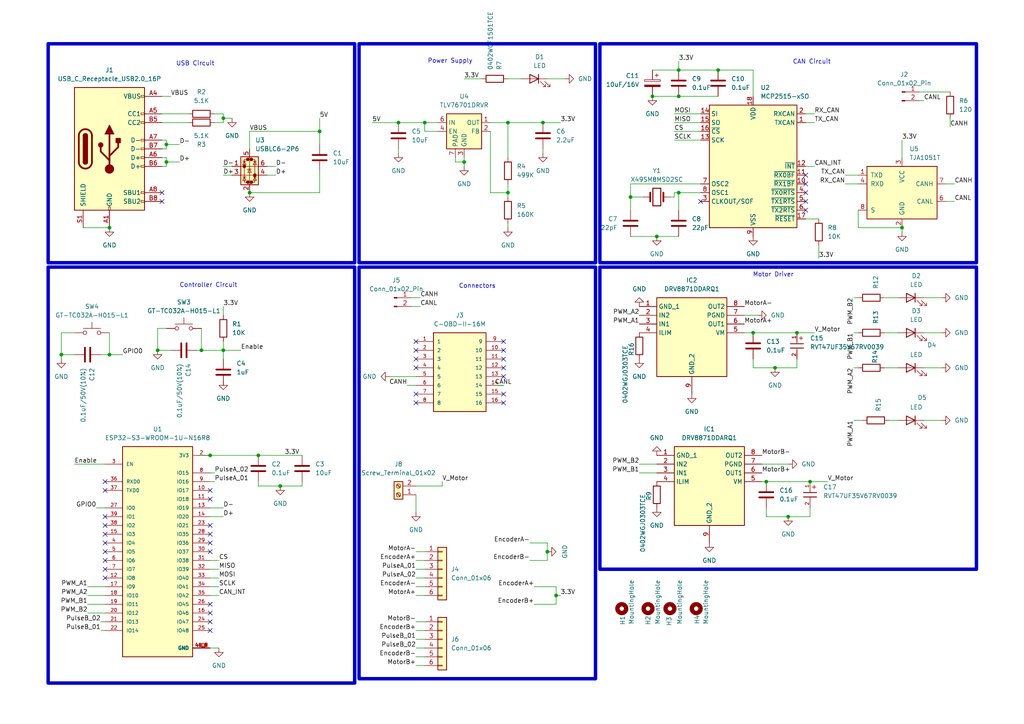
<source format=kicad_sch>
(kicad_sch (version 20250114) (generator "eeschema") (generator_version "9.0")
  (paper "A4")
  (rectangle (start 102.87 76.2) (end 102.87 76.2))
  (rectangle (start 104.14 12.7) (end 172.72 76.2) (stroke (width 1)))
  (rectangle (start 13.97 77.47) (end 102.87 198.12) (stroke (width 1)))
  (rectangle (start 104.14 77.47) (end 172.72 196.85) (stroke (width 1)))
  (rectangle (start 173.99 77.47) (end 283.21 165.1) (stroke (width 1)))
  (rectangle (start 13.97 12.7) (end 102.87 76.2) (stroke (width 1)))
  (rectangle (start 173.99 12.7) (end 283.21 76.2) (stroke (width 1)))
  (text "USB Circuit" (at 56.642 18.542 0) (effects (font (size 1.27 1.27))))
  (text "Power Supply" (at 130.556 17.78 0) (effects (font (size 1.27 1.27))))
  (text "Motor Driver" (at 224.282 79.756 0) (effects (font (size 1.27 1.27))))
  (text "CAN Circuit" (at 235.458 18.034 0) (effects (font (size 1.27 1.27))))
  (text "Controller Circuit" (at 60.452 82.804 0) (effects (font (size 1.27 1.27))))
  (text "Connectors" (at 138.43 83.058 0) (effects (font (size 1.27 1.27))))
  (junction (at 115.57 35.56))
  (junction (at 182.88 57.15))
  (junction (at 196.85 20.32))
  (junction (at 64.77 101.6))
  (junction (at 72.39 55.88))
  (junction (at 60.96 132.08))
  (junction (at 92.71 38.1))
  (junction (at 58.42 101.6))
  (junction (at 261.62 66.04))
  (junction (at 48.26 41.91))
  (junction (at 231.14 96.52))
  (junction (at 218.44 96.52))
  (junction (at 196.85 55.88))
  (junction (at 31.75 102.87))
  (junction (at 224.79 106.68))
  (junction (at 234.95 139.7))
  (junction (at 48.26 46.99))
  (junction (at 158.75 160.02))
  (junction (at 147.32 35.56))
  (junction (at 81.28 140.97))
  (junction (at 64.77 34.29))
  (junction (at 45.72 101.6))
  (junction (at 31.75 66.04))
  (junction (at 228.6 149.86))
  (junction (at 161.29 172.72))
  (junction (at 196.85 27.94))
  (junction (at 17.78 102.87))
  (junction (at 134.62 46.99))
  (junction (at 123.19 35.56))
  (junction (at 222.25 139.7))
  (junction (at 190.5 68.58))
  (junction (at 189.23 27.94))
  (junction (at 147.32 55.88))
  (junction (at 157.48 35.56))
  (junction (at 208.28 20.32))
  (junction (at 74.93 132.08))
  (no_connect (at 30.48 160.02))
  (no_connect (at 233.68 55.88))
  (no_connect (at 30.48 149.86))
  (no_connect (at 30.48 167.64))
  (no_connect (at 30.48 152.4))
  (no_connect (at 146.05 116.84))
  (no_connect (at 60.96 177.8))
  (no_connect (at 120.65 101.6))
  (no_connect (at 60.96 142.24))
  (no_connect (at 146.05 99.06))
  (no_connect (at 60.96 144.78))
  (no_connect (at 30.48 154.94))
  (no_connect (at 120.65 106.68))
  (no_connect (at 203.2 58.42))
  (no_connect (at 120.65 114.3))
  (no_connect (at 60.96 157.48))
  (no_connect (at 233.68 60.96))
  (no_connect (at 30.48 139.7))
  (no_connect (at 146.05 114.3))
  (no_connect (at 146.05 109.22))
  (no_connect (at 46.99 55.88))
  (no_connect (at 60.96 154.94))
  (no_connect (at 30.48 162.56))
  (no_connect (at 233.68 53.34))
  (no_connect (at 30.48 142.24))
  (no_connect (at 60.96 175.26))
  (no_connect (at 120.65 116.84))
  (no_connect (at 60.96 180.34))
  (no_connect (at 120.65 99.06))
  (no_connect (at 60.96 182.88))
  (no_connect (at 60.96 160.02))
  (no_connect (at 233.68 58.42))
  (no_connect (at 30.48 157.48))
  (no_connect (at 146.05 104.14))
  (no_connect (at 30.48 165.1))
  (no_connect (at 233.68 50.8))
  (no_connect (at 120.65 104.14))
  (no_connect (at 146.05 106.68))
  (no_connect (at 60.96 152.4))
  (no_connect (at 46.99 58.42))
  (no_connect (at 146.05 101.6))
  (wire (pts (xy 185.42 134.62) (xy 190.5 134.62)))
  (wire (pts (xy 247.65 106.68) (xy 248.92 106.68)))
  (wire (pts (xy 60.96 137.16) (xy 62.23 137.16)))
  (wire (pts (xy 24.13 66.04) (xy 31.75 66.04)))
  (wire (pts (xy 256.54 86.36) (xy 260.35 86.36)))
  (wire (pts (xy 57.15 132.08) (xy 60.96 132.08)))
  (wire (pts (xy 62.23 35.56) (xy 64.77 35.56)))
  (wire (pts (xy 120.65 140.97) (xy 128.27 140.97)))
  (wire (pts (xy 29.21 180.34) (xy 30.48 180.34)))
  (wire (pts (xy 64.77 88.9) (xy 64.77 91.44)))
  (wire (pts (xy 113.03 109.22) (xy 120.65 109.22)))
  (wire (pts (xy 25.4 170.18) (xy 30.48 170.18)))
  (wire (pts (xy 74.93 140.97) (xy 81.28 140.97)))
  (wire (pts (xy 257.81 121.92) (xy 260.35 121.92)))
  (wire (pts (xy 74.93 139.7) (xy 74.93 140.97)))
  (wire (pts (xy 162.56 172.72) (xy 161.29 172.72)))
  (wire (pts (xy 46.99 27.94) (xy 49.53 27.94)))
  (wire (pts (xy 228.6 134.62) (xy 220.98 134.62)))
  (wire (pts (xy 120.65 160.02) (xy 123.19 160.02)))
  (wire (pts (xy 63.5 162.56) (xy 60.96 162.56)))
  (wire (pts (xy 236.22 96.52) (xy 231.14 96.52)))
  (wire (pts (xy 46.99 43.18) (xy 48.26 43.18)))
  (wire (pts (xy 118.11 111.76) (xy 120.65 111.76)))
  (wire (pts (xy 92.71 49.53) (xy 92.71 55.88)))
  (wire (pts (xy 57.15 101.6) (xy 58.42 101.6)))
  (wire (pts (xy 63.5 170.18) (xy 60.96 170.18)))
  (wire (pts (xy 194.31 57.15) (xy 195.58 57.15)))
  (wire (pts (xy 247.65 86.36) (xy 248.92 86.36)))
  (wire (pts (xy 234.95 149.86) (xy 234.95 147.32)))
  (wire (pts (xy 60.96 149.86) (xy 64.77 149.86)))
  (wire (pts (xy 248.92 60.96) (xy 248.92 66.04)))
  (wire (pts (xy 132.08 45.72) (xy 132.08 46.99)))
  (wire (pts (xy 267.97 121.92) (xy 273.05 121.92)))
  (wire (pts (xy 147.32 22.86) (xy 151.13 22.86)))
  (wire (pts (xy 46.99 35.56) (xy 54.61 35.56)))
  (wire (pts (xy 46.99 33.02) (xy 54.61 33.02)))
  (wire (pts (xy 224.79 106.68) (xy 231.14 106.68)))
  (wire (pts (xy 92.71 55.88) (xy 72.39 55.88)))
  (wire (pts (xy 195.58 38.1) (xy 203.2 38.1)))
  (wire (pts (xy 208.28 20.32) (xy 218.44 20.32)))
  (wire (pts (xy 25.4 177.8) (xy 30.48 177.8)))
  (wire (pts (xy 121.92 88.9) (xy 119.38 88.9)))
  (wire (pts (xy 196.85 55.88) (xy 203.2 55.88)))
  (wire (pts (xy 134.62 45.72) (xy 134.62 46.99)))
  (wire (pts (xy 92.71 34.29) (xy 92.71 38.1)))
  (wire (pts (xy 195.58 57.15) (xy 195.58 55.88)))
  (wire (pts (xy 142.24 55.88) (xy 142.24 38.1)))
  (wire (pts (xy 267.97 29.21) (xy 266.7 29.21)))
  (wire (pts (xy 72.39 38.1) (xy 72.39 43.18)))
  (wire (pts (xy 60.96 132.08) (xy 74.93 132.08)))
  (wire (pts (xy 134.62 22.86) (xy 139.7 22.86)))
  (wire (pts (xy 161.29 170.18) (xy 161.29 172.72)))
  (wire (pts (xy 25.4 172.72) (xy 30.48 172.72)))
  (wire (pts (xy 147.32 66.04) (xy 147.32 64.77)))
  (wire (pts (xy 120.65 167.64) (xy 123.19 167.64)))
  (wire (pts (xy 64.77 34.29) (xy 64.77 35.56)))
  (wire (pts (xy 64.77 33.02) (xy 64.77 34.29)))
  (wire (pts (xy 247.65 121.92) (xy 250.19 121.92)))
  (wire (pts (xy 107.95 35.56) (xy 115.57 35.56)))
  (wire (pts (xy 218.44 106.68) (xy 218.44 104.14)))
  (wire (pts (xy 123.19 38.1) (xy 123.19 35.56)))
  (wire (pts (xy 48.26 40.64) (xy 48.26 41.91)))
  (wire (pts (xy 48.26 46.99) (xy 52.07 46.99)))
  (wire (pts (xy 120.65 185.42) (xy 123.19 185.42)))
  (wire (pts (xy 189.23 20.32) (xy 196.85 20.32)))
  (wire (pts (xy 17.78 96.52) (xy 21.59 96.52)))
  (wire (pts (xy 115.57 35.56) (xy 123.19 35.56)))
  (wire (pts (xy 233.68 35.56) (xy 236.22 35.56)))
  (wire (pts (xy 218.44 20.32) (xy 218.44 27.94)))
  (wire (pts (xy 157.48 35.56) (xy 162.56 35.56)))
  (wire (pts (xy 195.58 33.02) (xy 203.2 33.02)))
  (wire (pts (xy 48.26 45.72) (xy 46.99 45.72)))
  (wire (pts (xy 190.5 68.58) (xy 196.85 68.58)))
  (wire (pts (xy 134.62 46.99) (xy 134.62 48.26)))
  (wire (pts (xy 146.05 111.76) (xy 143.51 111.76)))
  (wire (pts (xy 29.21 182.88) (xy 30.48 182.88)))
  (wire (pts (xy 48.26 40.64) (xy 46.99 40.64)))
  (wire (pts (xy 237.49 71.12) (xy 237.49 74.93)))
  (wire (pts (xy 63.5 165.1) (xy 60.96 165.1)))
  (wire (pts (xy 64.77 101.6) (xy 64.77 104.14)))
  (wire (pts (xy 120.65 187.96) (xy 123.19 187.96)))
  (wire (pts (xy 48.26 48.26) (xy 46.99 48.26)))
  (wire (pts (xy 228.6 149.86) (xy 222.25 149.86)))
  (wire (pts (xy 158.75 22.86) (xy 163.83 22.86)))
  (wire (pts (xy 196.85 17.78) (xy 196.85 20.32)))
  (wire (pts (xy 231.14 106.68) (xy 231.14 104.14)))
  (wire (pts (xy 132.08 46.99) (xy 134.62 46.99)))
  (wire (pts (xy 185.42 137.16) (xy 190.5 137.16)))
  (wire (pts (xy 182.88 57.15) (xy 182.88 60.96)))
  (wire (pts (xy 267.97 86.36) (xy 273.05 86.36)))
  (wire (pts (xy 17.78 102.87) (xy 21.59 102.87)))
  (wire (pts (xy 63.5 167.64) (xy 60.96 167.64)))
  (wire (pts (xy 147.32 35.56) (xy 147.32 45.72)))
  (wire (pts (xy 274.32 58.42) (xy 276.86 58.42)))
  (wire (pts (xy 266.7 26.67) (xy 275.59 26.67)))
  (wire (pts (xy 234.95 139.7) (xy 222.25 139.7)))
  (wire (pts (xy 189.23 27.94) (xy 196.85 27.94)))
  (wire (pts (xy 128.27 139.7) (xy 128.27 140.97)))
  (wire (pts (xy 29.21 102.87) (xy 31.75 102.87)))
  (wire (pts (xy 147.32 55.88) (xy 142.24 55.88)))
  (wire (pts (xy 195.58 40.64) (xy 203.2 40.64)))
  (wire (pts (xy 48.26 41.91) (xy 48.26 43.18)))
  (wire (pts (xy 248.92 66.04) (xy 261.62 66.04)))
  (wire (pts (xy 120.65 170.18) (xy 123.19 170.18)))
  (wire (pts (xy 256.54 106.68) (xy 260.35 106.68)))
  (wire (pts (xy 154.94 170.18) (xy 161.29 170.18)))
  (wire (pts (xy 142.24 35.56) (xy 147.32 35.56)))
  (wire (pts (xy 25.4 175.26) (xy 30.48 175.26)))
  (wire (pts (xy 153.67 157.48) (xy 158.75 157.48)))
  (wire (pts (xy 64.77 101.6) (xy 69.85 101.6)))
  (wire (pts (xy 127 38.1) (xy 123.19 38.1)))
  (wire (pts (xy 120.65 162.56) (xy 123.19 162.56)))
  (wire (pts (xy 215.9 96.52) (xy 218.44 96.52)))
  (wire (pts (xy 52.07 41.91) (xy 48.26 41.91)))
  (wire (pts (xy 161.29 172.72) (xy 161.29 175.26)))
  (wire (pts (xy 147.32 53.34) (xy 147.32 55.88)))
  (wire (pts (xy 81.28 140.97) (xy 87.63 140.97)))
  (wire (pts (xy 123.19 35.56) (xy 127 35.56)))
  (wire (pts (xy 17.78 104.14) (xy 17.78 102.87)))
  (wire (pts (xy 64.77 99.06) (xy 64.77 101.6)))
  (wire (pts (xy 17.78 102.87) (xy 17.78 96.52)))
  (wire (pts (xy 77.47 48.26) (xy 80.01 48.26)))
  (wire (pts (xy 120.65 180.34) (xy 123.19 180.34)))
  (wire (pts (xy 196.85 20.32) (xy 208.28 20.32)))
  (wire (pts (xy 158.75 157.48) (xy 158.75 160.02)))
  (wire (pts (xy 31.75 96.52) (xy 31.75 102.87)))
  (wire (pts (xy 120.65 165.1) (xy 123.19 165.1)))
  (wire (pts (xy 196.85 55.88) (xy 196.85 60.96)))
  (wire (pts (xy 31.75 102.87) (xy 35.56 102.87)))
  (wire (pts (xy 77.47 50.8) (xy 80.01 50.8)))
  (wire (pts (xy 154.94 175.26) (xy 161.29 175.26)))
  (wire (pts (xy 261.62 67.31) (xy 261.62 66.04)))
  (wire (pts (xy 64.77 34.29) (xy 67.31 34.29)))
  (wire (pts (xy 182.88 68.58) (xy 190.5 68.58)))
  (wire (pts (xy 120.65 190.5) (xy 123.19 190.5)))
  (wire (pts (xy 203.2 53.34) (xy 182.88 53.34)))
  (wire (pts (xy 45.72 101.6) (xy 45.72 95.25)))
  (wire (pts (xy 63.5 172.72) (xy 60.96 172.72)))
  (wire (pts (xy 275.59 36.83) (xy 275.59 34.29)))
  (wire (pts (xy 64.77 48.26) (xy 67.31 48.26)))
  (wire (pts (xy 267.97 106.68) (xy 273.05 106.68)))
  (wire (pts (xy 196.85 27.94) (xy 208.28 27.94)))
  (wire (pts (xy 48.26 46.99) (xy 48.26 48.26)))
  (wire (pts (xy 120.65 148.59) (xy 120.65 143.51)))
  (wire (pts (xy 74.93 132.08) (xy 87.63 132.08)))
  (wire (pts (xy 45.72 101.6) (xy 49.53 101.6)))
  (wire (pts (xy 215.9 91.44) (xy 219.71 91.44)))
  (wire (pts (xy 233.68 33.02) (xy 236.22 33.02)))
  (wire (pts (xy 92.71 41.91) (xy 92.71 38.1)))
  (wire (pts (xy 256.54 96.52) (xy 260.35 96.52)))
  (wire (pts (xy 224.79 106.68) (xy 218.44 106.68)))
  (wire (pts (xy 120.65 182.88) (xy 123.19 182.88)))
  (wire (pts (xy 58.42 95.25) (xy 58.42 101.6)))
  (wire (pts (xy 195.58 35.56) (xy 203.2 35.56)))
  (wire (pts (xy 245.11 53.34) (xy 248.92 53.34)))
  (wire (pts (xy 87.63 140.97) (xy 87.63 139.7)))
  (wire (pts (xy 120.65 193.04) (xy 123.19 193.04)))
  (wire (pts (xy 60.96 147.32) (xy 64.77 147.32)))
  (wire (pts (xy 92.71 38.1) (xy 72.39 38.1)))
  (wire (pts (xy 182.88 53.34) (xy 182.88 57.15)))
  (wire (pts (xy 45.72 95.25) (xy 48.26 95.25)))
  (wire (pts (xy 27.94 147.32) (xy 30.48 147.32)))
  (wire (pts (xy 115.57 44.45) (xy 115.57 43.18)))
  (wire (pts (xy 147.32 55.88) (xy 147.32 57.15)))
  (wire (pts (xy 147.32 35.56) (xy 157.48 35.56)))
  (wire (pts (xy 121.92 86.36) (xy 119.38 86.36)))
  (wire (pts (xy 60.96 187.96) (xy 63.5 187.96)))
  (wire (pts (xy 62.23 139.7) (xy 60.96 139.7)))
  (wire (pts (xy 233.68 48.26) (xy 236.22 48.26)))
  (wire (pts (xy 21.59 134.62) (xy 30.48 134.62)))
  (wire (pts (xy 64.77 110.49) (xy 64.77 111.76)))
  (wire (pts (xy 48.26 45.72) (xy 48.26 46.99)))
  (wire (pts (xy 274.32 53.34) (xy 276.86 53.34)))
  (wire (pts (xy 267.97 96.52) (xy 273.05 96.52)))
  (wire (pts (xy 195.58 55.88) (xy 196.85 55.88)))
  (wire (pts (xy 182.88 57.15) (xy 186.69 57.15)))
  (wire (pts (xy 158.75 162.56) (xy 158.75 160.02)))
  (wire (pts (xy 64.77 50.8) (xy 67.31 50.8)))
  (wire (pts (xy 228.6 149.86) (xy 234.95 149.86)))
  (wire (pts (xy 231.14 96.52) (xy 218.44 96.52)))
  (wire (pts (xy 58.42 101.6) (xy 64.77 101.6)))
  (wire (pts (xy 245.11 50.8) (xy 248.92 50.8)))
  (wire (pts (xy 62.23 33.02) (xy 64.77 33.02)))
  (wire (pts (xy 222.25 139.7) (xy 220.98 139.7)))
  (wire (pts (xy 153.67 162.56) (xy 158.75 162.56)))
  (wire (pts (xy 222.25 149.86) (xy 222.25 147.32)))
  (wire (pts (xy 233.68 63.5) (xy 237.49 63.5)))
  (wire (pts (xy 157.48 44.45) (xy 157.48 43.18)))
  (wire (pts (xy 247.65 96.52) (xy 248.92 96.52)))
  (wire (pts (xy 261.62 40.64) (xy 261.62 45.72)))
  (wire (pts (xy 240.03 139.7) (xy 234.95 139.7)))
  (wire (pts (xy 120.65 172.72) (xy 123.19 172.72)))
  (label "D+" (at 80.01 50.8 0))
  (label "PWM_B1" (at 247.65 96.52 270))
  (label "CAN_INT" (at 63.5 172.72 0))
  (label "RX_CAN" (at 245.11 53.34 180))
  (label "5V" (at 107.95 35.56 0))
  (label "PWM_A2" (at 25.4 172.72 180))
  (label "MOSI" (at 63.5 167.64 0))
  (label "EncoderA+" (at 154.94 170.18 180))
  (label "3.3V" (at 134.62 22.86 0))
  (label "3.3V" (at 237.49 74.93 0))
  (label "GPIO0" (at 35.56 102.87 0))
  (label "EncoderB-" (at 120.65 190.5 180))
  (label "3.3V" (at 162.56 172.72 0))
  (label "CANL" (at 143.51 111.76 0))
  (label "MotorB-" (at 120.65 180.34 180))
  (label "MotorA-" (at 120.65 160.02 180))
  (label "SCLK" (at 63.5 170.18 0))
  (label "V_Motor" (at 236.22 96.52 0))
  (label "PWM_A2" (at 247.65 106.68 270))
  (label "MISO" (at 195.58 35.56 0))
  (label "CANL" (at 267.97 29.21 0))
  (label "D-" (at 80.01 48.26 0))
  (label "PWM_B2" (at 185.42 134.62 180))
  (label "CANL" (at 276.86 58.42 0))
  (label "3.3V" (at 196.85 17.78 0))
  (label "VBUS" (at 49.53 27.94 0))
  (label "MotorB+" (at 120.65 193.04 180))
  (label "CANH" (at 275.59 36.83 0))
  (label "3.3V" (at 261.62 40.64 0))
  (label "CS" (at 195.58 38.1 0))
  (label "PulseA_01" (at 62.23 139.7 0))
  (label "EncoderA-" (at 120.65 170.18 180))
  (label "MISO" (at 63.5 165.1 0))
  (label "3.3V" (at 162.56 35.56 0))
  (label "MotorB+" (at 220.98 137.16 0))
  (label "EncoderB+" (at 154.94 175.26 180))
  (label "PulseB_02" (at 120.65 187.96 180))
  (label "PulseA_01" (at 120.65 165.1 180))
  (label "MotorB-" (at 220.98 132.08 0))
  (label "CANH" (at 121.92 86.36 0))
  (label "CAN_INT" (at 236.22 48.26 0))
  (label "TX_CAN" (at 236.22 35.56 0))
  (label "EncoderB+" (at 120.65 182.88 180))
  (label "TX_CAN" (at 245.11 50.8 180))
  (label "MOSI" (at 195.58 33.02 0))
  (label "D-" (at 52.07 41.91 0))
  (label "MotorA+" (at 215.9 93.98 0))
  (label "MotorA+" (at 120.65 172.72 180))
  (label "D+" (at 64.77 50.8 0))
  (label "EncoderB-" (at 153.67 162.56 180))
  (label "PWM_B2" (at 25.4 177.8 180))
  (label "Enable" (at 21.59 134.62 0))
  (label "PulseA_02" (at 62.23 137.16 0))
  (label "PWM_B2" (at 247.65 86.36 270))
  (label "Enable" (at 69.85 101.6 0))
  (label "SCLK" (at 195.58 40.64 0))
  (label "CANH" (at 118.11 111.76 180))
  (label "D-" (at 64.77 48.26 0))
  (label "PulseB_01" (at 120.65 185.42 180))
  (label "D+" (at 52.07 46.99 0))
  (label "PWM_B1" (at 185.42 137.16 180))
  (label "3.3V" (at 82.55 132.08 0))
  (label "CANL" (at 121.92 88.9 0))
  (label "D+" (at 64.77 149.86 0))
  (label "MotorA-" (at 215.9 88.9 0))
  (label "PWM_A1" (at 247.65 121.92 270))
  (label "PWM_A1" (at 25.4 170.18 180))
  (label "CS" (at 63.5 162.56 0))
  (label "EncoderA+" (at 120.65 162.56 180))
  (label "RX_CAN" (at 236.22 33.02 0))
  (label "V_Motor" (at 240.03 139.7 0))
  (label "GPIO0" (at 27.94 147.32 180))
  (label "PulseA_02" (at 120.65 167.64 180))
  (label "CANH" (at 276.86 53.34 0))
  (label "PWM_A2" (at 185.42 91.44 180))
  (label "V_Motor" (at 128.27 139.7 0))
  (label "PulseB_01" (at 29.21 182.88 180))
  (label "PulseB_02" (at 29.21 180.34 180))
  (label "EncoderA-" (at 153.67 157.48 180))
  (label "PWM_B1" (at 25.4 175.26 180))
  (label "VBUS" (at 72.39 38.1 0))
  (label "D-" (at 64.77 147.32 0))
  (label "PWM_A1" (at 185.42 93.98 180))
  (label "5V" (at 92.71 34.29 0))
  (label "3.3V" (at 64.77 88.9 0))
  (symbol (lib_id "Device:R") (at 147.32 60.96 0) (unit 1)
    (property "Reference" "R5" (at 149.86 59.6899 0) (effects (justify left)))
    (property "Value" "160K" (at 149.86 62.2299 0) (effects (justify left)))
    (property "Footprint" "Resistor_SMD:R_0402_1005Metric" (effects (hide yes)))
    (property "Description" "Resistor" (effects (hide yes)))
  )
  (symbol (lib_id "Device:C") (at 74.93 135.89 0) (unit 1)
    (property "Reference" "C2" (at 78.74 134.6199 0) (effects (justify left)))
    (property "Value" "0.1uF" (at 78.74 137.1599 0) (effects (justify left)))
    (property "Footprint" "Capacitor_SMD:C_0805_2012Metric_Pad1.18x1.45mm_HandSolder" (effects (hide yes)))
    (property "Description" "Unpolarized capacitor" (effects (hide yes)))
  )
  (symbol (lib_id "WCAP-ASLI_6.3X7.7:WCAP-ASLI_6.3X7.7") (at 234.95 144.78 90) (unit 1)
    (property "Reference" "C17" (at 238.76 141.273 90) (effects (justify right)))
    (property "Value" "RVT47UF35V67RV0039" (at 238.76 143.813 90) (effects (justify right)))
    (property "Footprint" "Capacitor_SMD:CP_Elec_3x5.4" (effects (hide yes)))
    (property "MF" "Würth Elektronik" (effects (hide yes)))
    (property "Description_1" "47 µF 50 V Aluminum Electrolytic Capacitors Radial, Can - SMD 2000 Hrs @ 105°C" (effects (hide yes)))
    (property "Package" "Non Standard Wurth Electronics" (effects (hide yes)))
    (property "Price" "None" (effects (hide yes)))
    (property "SnapEDA_Link" "https://www.snapeda.com/parts/865080645012/W%25C3%25BCrth+Elektronik+Midcom/view-part/?ref=snap" (effects (hide yes)))
    (property "MP" "865080645012" (effects (hide yes)))
    (property "Availability" "In Stock" (effects (hide yes)))
    (property "Check_prices" "https://www.snapeda.com/parts/865080645012/W%25C3%25BCrth+Elektronik+Midcom/view-part/?ref=eda" (effects (hide yes)))
  )
  (symbol (lib_id "Device:C") (at 92.71 45.72 0) (unit 1)
    (property "Reference" "C1" (at 96.52 44.4499 0) (effects (justify left)))
    (property "Value" "10uF" (at 96.52 46.9899 0) (effects (justify left)))
    (property "Footprint" "Capacitor_SMD:C_0402_1005Metric" (effects (hide yes)))
    (property "Description" "Unpolarized capacitor" (effects (hide yes)))
  )
  (symbol (lib_id "power:GND") (at 157.48 44.45 0) (unit 1)
    (property "Reference" "#PWR07" (effects (hide yes)))
    (property "Value" "GND" (at 157.48 49.53 0))
    (property "Description" "Power symbol creates a global label with name \"GND\" , ground" (effects (hide yes)))
  )
  (symbol (lib_id "power:GND") (at 273.05 96.52 90) (unit 1)
    (property "Reference" "#PWR025" (effects (hide yes)))
    (property "Value" "GND" (at 276.86 96.5199 90) (effects (justify right)))
    (property "Description" "Power symbol creates a global label with name \"GND\" , ground" (effects (hide yes)))
  )
  (symbol (lib_id "Device:C") (at 157.48 39.37 0) (unit 1)
    (property "Reference" "C6" (at 161.29 38.0999 0) (effects (justify left)))
    (property "Value" "2.2uF" (at 161.29 40.6399 0) (effects (justify left)))
    (property "Footprint" "Capacitor_SMD:C_0402_1005Metric" (effects (hide yes)))
    (property "Description" "Unpolarized capacitor" (effects (hide yes)))
  )
  (symbol (lib_id "power:GND") (at 219.71 91.44 90) (unit 1)
    (property "Reference" "#PWR029" (effects (hide yes)))
    (property "Value" "GND" (at 223.52 91.4399 90) (effects (justify right)))
    (property "Description" "Power symbol creates a global label with name \"GND\" , ground" (effects (hide yes)))
  )
  (symbol (lib_id "Device:R") (at 275.59 30.48 0) (unit 1)
    (property "Reference" "R6" (at 278.13 29.2099 0) (effects (justify left)))
    (property "Value" "120" (at 278.13 31.7499 0) (effects (justify left)))
    (property "Footprint" "Resistor_SMD:R_0805_2012Metric_Pad1.20x1.40mm_HandSolder" (effects (hide yes)))
    (property "Description" "Resistor" (effects (hide yes)))
  )
  (symbol (lib_id "power:GND") (at 134.62 48.26 0) (unit 1)
    (property "Reference" "#PWR02" (effects (hide yes)))
    (property "Value" "GND" (at 134.62 53.34 0))
    (property "Description" "Power symbol creates a global label with name \"GND\" , ground" (effects (hide yes)))
  )
  (symbol (lib_id "power:GND") (at 224.79 106.68 0) (unit 1)
    (property "Reference" "#PWR033" (effects (hide yes)))
    (property "Value" "GND" (at 224.79 111.76 0))
    (property "Description" "Power symbol creates a global label with name \"GND\" , ground" (effects (hide yes)))
  )
  (symbol (lib_id "Connector_Generic:Conn_01x06") (at 128.27 165.1 0) (unit 1)
    (property "Reference" "J4" (at 130.81 165.0999 0) (effects (justify left)))
    (property "Value" "Conn_01x06" (at 130.81 167.6399 0) (effects (justify left)))
    (property "Footprint" "Connector_JST:JST_EH_S6B-EH_1x06_P2.50mm_Horizontal" (effects (hide yes)))
    (property "Description" "Generic connector, single row, 01x06, script generated (kicad-library-utils/schlib/autogen/connector/)" (effects (hide yes)))
  )
  (symbol (lib_id "Connector_Generic:Conn_01x06") (at 128.27 185.42 0) (unit 1)
    (property "Reference" "J6" (at 130.81 185.4199 0) (effects (justify left)))
    (property "Value" "Conn_01x06" (at 130.81 187.9599 0) (effects (justify left)))
    (property "Footprint" "Connector_JST:JST_EH_S6B-EH_1x06_P2.50mm_Horizontal" (effects (hide yes)))
    (property "Description" "Generic connector, single row, 01x06, script generated (kicad-library-utils/schlib/autogen/connector/)" (effects (hide yes)))
  )
  (symbol (lib_id "DRV8871DDARQ1:DRV8871DDARQ1") (at 185.42 88.9 0) (unit 1)
    (property "Reference" "IC2" (at 200.66 81.28 0))
    (property "Value" "DRV8871DDARQ1" (at 200.66 83.82 0))
    (property "Footprint" "SOIC127P600X170-9N" (effects (hide yes)))
    (property "Datasheet" "http://www.ti.com/lit/gpn/drv8871-q1" (effects (hide yes)))
    (property "Description" "3.6A Automotive Brushed DC Motor Driver With Integrated Current Sensing (PWM Ctrl)" (effects (hide yes)))
    (property "Height" "1.7" (effects (hide yes)))
    (property "Mouser Part Number" "595-DRV8871DDARQ1" (effects (hide yes)))
    (property "Mouser Price/Stock" "https://www.mouser.co.uk/ProductDetail/Texas-Instruments/DRV8871DDARQ1?qs=AQlKX63v8RstMGgN6CYN5Q%3D%3D" (effects (hide yes)))
    (property "Manufacturer_Name" "Texas Instruments" (effects (hide yes)))
    (property "Manufacturer_Part_Number" "DRV8871DDARQ1" (effects (hide yes)))
  )
  (symbol (lib_id "Device:R") (at 252.73 86.36 270) (mirror x) (unit 1)
    (property "Reference" "R12" (at 254.0001 83.82 0) (effects (justify left)))
    (property "Value" "0402WGF1501TCE" (effects (hide yes)))
    (property "Footprint" "Resistor_SMD:R_0402_1005Metric" (effects (hide yes)))
    (property "Description" "Resistor" (effects (hide yes)))
  )
  (symbol (lib_id "power:GND") (at 63.5 187.96 0) (unit 1)
    (property "Reference" "#PWR03" (effects (hide yes)))
    (property "Value" "GND" (at 63.5 193.04 0))
    (property "Description" "Power symbol creates a global label with name \"GND\" , ground" (effects (hide yes)))
  )
  (symbol (lib_id "Device:C_Polarized") (at 189.23 24.13 0) (mirror y) (unit 1)
    (property "Reference" "C11" (at 185.42 21.9709 0) (effects (justify left)))
    (property "Value" "10uF/16V" (at 185.42 24.5109 0) (effects (justify left)))
    (property "Footprint" "Capacitor_SMD:C_0805_2012Metric_Pad1.18x1.45mm_HandSolder" (effects (hide yes)))
    (property "Description" "Polarized capacitor" (effects (hide yes)))
  )
  (symbol (lib_id "Switch:SW_Push") (at 26.67 96.52 0) (unit 1)
    (property "Reference" "SW4" (at 26.67 88.9 0))
    (property "Value" "GT-TC032A-H015-L1" (at 26.67 91.44 0))
    (property "Footprint" "Button_Switch_SMD:SW_SPST_B3U-1000P" (effects (hide yes)))
    (property "Description" "Push button switch, generic, two pins" (effects (hide yes)))
  )
  (symbol (lib_id "Device:LED") (at 264.16 121.92 0) (mirror y) (unit 1)
    (property "Reference" "D5" (at 267.462 115.316 0))
    (property "Value" "LED" (at 265.7475 118.11 0))
    (property "Footprint" "LED_SMD:LED_0805_2012Metric_Pad1.15x1.40mm_HandSolder" (effects (hide yes)))
    (property "Description" "Light emitting diode" (effects (hide yes)))
  )
  (symbol (lib_id "Device:C") (at 64.77 107.95 0) (unit 1)
    (property "Reference" "C4" (at 68.58 105.4099 0) (effects (justify left)))
    (property "Value" "1uF" (at 68.58 107.9499 0) (effects (justify left)))
    (property "Footprint" "Capacitor_SMD:C_0805_2012Metric_Pad1.18x1.45mm_HandSolder" (effects (hide yes)))
    (property "Description" "Unpolarized capacitor" (effects (hide yes)))
  )
  (symbol (lib_id "power:GND") (at 261.62 67.31 0) (unit 1)
    (property "Reference" "#PWR013" (effects (hide yes)))
    (property "Value" "GND" (at 261.62 72.39 0))
    (property "Description" "Power symbol creates a global label with name \"GND\" , ground" (effects (hide yes)))
  )
  (symbol (lib_id "Device:R") (at 237.49 67.31 0) (unit 1)
    (property "Reference" "R8" (at 240.03 66.0399 0) (effects (justify left)))
    (property "Value" "10K" (at 240.03 68.5799 0) (effects (justify left)))
    (property "Footprint" "Resistor_SMD:R_0805_2012Metric_Pad1.20x1.40mm_HandSolder" (effects (hide yes)))
    (property "Description" "Resistor" (effects (hide yes)))
  )
  (symbol (lib_id "Device:C") (at 25.4 102.87 270) (unit 1)
    (property "Reference" "C12" (at 26.6701 106.68 0) (effects (justify left)))
    (property "Value" "0.1uF/50V(10%)" (at 24.1301 106.68 0) (effects (justify left)))
    (property "Footprint" "Capacitor_SMD:C_0805_2012Metric_Pad1.18x1.45mm_HandSolder" (effects (hide yes)))
    (property "Description" "Unpolarized capacitor" (effects (hide yes)))
  )
  (symbol (lib_id "power:GND") (at 185.42 88.9 180) (unit 1)
    (property "Reference" "#PWR030" (effects (hide yes)))
    (property "Value" "GND" (at 185.42 83.82 0))
    (property "Description" "Power symbol creates a global label with name \"GND\" , ground" (effects (hide yes)))
  )
  (symbol (lib_id "Device:LED") (at 264.16 96.52 0) (mirror y) (unit 1)
    (property "Reference" "D3" (at 265.7475 90.17 0))
    (property "Value" "LED" (at 265.7475 92.71 0))
    (property "Footprint" "LED_SMD:LED_0805_2012Metric_Pad1.15x1.40mm_HandSolder" (effects (hide yes)))
    (property "Description" "Light emitting diode" (effects (hide yes)))
  )
  (symbol (lib_id "Device:C") (at 196.85 64.77 0) (unit 1)
    (property "Reference" "C8" (at 200.66 63.4999 0) (effects (justify left)))
    (property "Value" "22pF" (at 200.66 66.0399 0) (effects (justify left)))
    (property "Footprint" "Capacitor_SMD:C_0805_2012Metric_Pad1.18x1.45mm_HandSolder" (effects (hide yes)))
    (property "Description" "Unpolarized capacitor" (effects (hide yes)))
  )
  (symbol (lib_id "Interface_CAN_LIN:MCP2515-xSO") (at 218.44 48.26 0) (unit 1)
    (property "Reference" "U2" (at 220.5833 25.4 0) (effects (justify left)))
    (property "Value" "MCP2515-xSO" (at 220.5833 27.94 0) (effects (justify left)))
    (property "Footprint" "Package_SO:SOIC-18W_7.5x11.6mm_P1.27mm" (effects (hide yes)))
    (property "Datasheet" "http://ww1.microchip.com/downloads/en/DeviceDoc/21801e.pdf" (effects (hide yes)))
    (property "Description" "Stand-Alone CAN Controller with SPI Interface, SOIC-18" (effects (hide yes)))
  )
  (symbol (lib_id "Device:R") (at 254 121.92 270) (mirror x) (unit 1)
    (property "Reference" "R15" (at 254.762 119.38 0) (effects (justify left)))
    (property "Value" "0402WGF1501TCE" (effects (hide yes)))
    (property "Footprint" "Resistor_SMD:R_0402_1005Metric" (effects (hide yes)))
    (property "Description" "Resistor" (effects (hide yes)))
  )
  (symbol (lib_id "power:GND") (at 163.83 22.86 90) (unit 1)
    (property "Reference" "#PWR014" (effects (hide yes)))
    (property "Value" "GND" (at 167.64 22.8599 90) (effects (justify right)))
    (property "Description" "Power symbol creates a global label with name \"GND\" , ground" (effects (hide yes)))
  )
  (symbol (lib_id "Mechanical:MountingHole") (at 201.93 176.53 90) (unit 1)
    (property "Reference" "H4" (at 202.184 178.308 0) (effects (justify right)))
    (property "Value" "MountingHole" (at 204.724 168.148 0) (effects (justify right)))
    (property "Footprint" "MountingHole:MountingHole_2.2mm_M2" (effects (hide yes)))
    (property "Description" "Mounting Hole without connection" (effects (hide yes)))
  )
  (symbol (lib_id "power:GND") (at 72.39 55.88 0) (unit 1)
    (property "Reference" "#PWR01" (effects (hide yes)))
    (property "Value" "GND" (at 72.39 60.96 0))
    (property "Description" "Power symbol creates a global label with name \"GND\" , ground" (effects (hide yes)))
  )
  (symbol (lib_id "Device:R") (at 190.5 143.51 180) (unit 1)
    (property "Reference" "R9" (at 188.214 142.494 90) (effects (justify left)))
    (property "Value" "0402WGJ0303TCE" (at 186.436 143.256 90) (effects (justify left)))
    (property "Footprint" "Resistor_SMD:R_0402_1005Metric" (effects (hide yes)))
    (property "Description" "Resistor" (effects (hide yes)))
  )
  (symbol (lib_id "Connector:Conn_01x02_Pin") (at 261.62 26.67 0) (unit 1)
    (property "Reference" "J2" (at 262.255 21.59 0))
    (property "Value" "Conn_01x02_Pin" (at 262.255 24.13 0))
    (property "Footprint" "Connector_PinHeader_1.00mm:PinHeader_1x02_P1.00mm_Vertical" (effects (hide yes)))
    (property "Description" "Generic connector, single row, 01x02, script generated" (effects (hide yes)))
  )
  (symbol (lib_id "power:GND") (at 205.74 157.48 0) (unit 1)
    (property "Reference" "#PWR020" (effects (hide yes)))
    (property "Value" "GND" (at 205.74 162.56 0))
    (property "Description" "Power symbol creates a global label with name \"GND\" , ground" (effects (hide yes)))
  )
  (symbol (lib_id "power:GND") (at 218.44 68.58 0) (unit 1)
    (property "Reference" "#PWR09" (effects (hide yes)))
    (property "Value" "GND" (at 218.44 73.66 0))
    (property "Description" "Power symbol creates a global label with name \"GND\" , ground" (effects (hide yes)))
  )
  (symbol (lib_id "power:GND") (at 228.6 134.62 90) (unit 1)
    (property "Reference" "#PWR021" (effects (hide yes)))
    (property "Value" "GND" (at 232.41 134.6199 90) (effects (justify right)))
    (property "Description" "Power symbol creates a global label with name \"GND\" , ground" (effects (hide yes)))
  )
  (symbol (lib_id "Device:C") (at 196.85 24.13 0) (unit 1)
    (property "Reference" "C9" (at 200.66 22.8599 0) (effects (justify left)))
    (property "Value" "0.1uF" (at 200.66 25.3999 0) (effects (justify left)))
    (property "Footprint" "Capacitor_SMD:C_0805_2012Metric_Pad1.18x1.45mm_HandSolder" (effects (hide yes)))
    (property "Description" "Unpolarized capacitor" (effects (hide yes)))
  )
  (symbol (lib_id "Mechanical:MountingHole") (at 180.34 176.53 90) (unit 1)
    (property "Reference" "H1" (at 180.594 178.562 0) (effects (justify right)))
    (property "Value" "MountingHole" (at 183.134 168.148 0) (effects (justify right)))
    (property "Footprint" "MountingHole:MountingHole_2.2mm_M2" (effects (hide yes)))
    (property "Description" "Mounting Hole without connection" (effects (hide yes)))
  )
  (symbol (lib_id "power:GND") (at 273.05 86.36 90) (unit 1)
    (property "Reference" "#PWR024" (effects (hide yes)))
    (property "Value" "GND" (at 276.86 86.3599 90) (effects (justify right)))
    (property "Description" "Power symbol creates a global label with name \"GND\" , ground" (effects (hide yes)))
  )
  (symbol (lib_id "power:GND") (at 273.05 121.92 90) (unit 1)
    (property "Reference" "#PWR027" (effects (hide yes)))
    (property "Value" "GND" (at 276.86 121.9199 90) (effects (justify right)))
    (property "Description" "Power symbol creates a global label with name \"GND\" , ground" (effects (hide yes)))
  )
  (symbol (lib_id "Switch:SW_Push") (at 53.34 95.25 0) (unit 1)
    (property "Reference" "SW3" (at 53.34 87.63 0))
    (property "Value" "GT-TC032A-H015-L1" (at 53.34 90.17 0))
    (property "Footprint" "Button_Switch_SMD:SW_SPST_B3U-1000P" (effects (hide yes)))
    (property "Description" "Push button switch, generic, two pins" (effects (hide yes)))
  )
  (symbol (lib_id "power:GND") (at 17.78 104.14 0) (unit 1)
    (property "Reference" "#PWR015" (effects (hide yes)))
    (property "Value" "GND" (at 17.78 109.22 0))
    (property "Description" "Power symbol creates a global label with name \"GND\" , ground" (effects (hide yes)))
  )
  (symbol (lib_id "Device:C") (at 218.44 100.33 0) (unit 1)
    (property "Reference" "C13" (at 222.25 99.0599 0) (effects (justify left)))
    (property "Value" "0.1uF" (at 222.25 101.5999 0) (effects (justify left)))
    (property "Footprint" "Capacitor_SMD:C_0402_1005Metric" (effects (hide yes)))
    (property "Description" "Unpolarized capacitor" (effects (hide yes)))
  )
  (symbol (lib_id "Device:C") (at 115.57 39.37 0) (unit 1)
    (property "Reference" "C5" (at 119.38 38.0999 0) (effects (justify left)))
    (property "Value" "10uF" (at 119.38 40.6399 0) (effects (justify left)))
    (property "Footprint" "Capacitor_SMD:C_0402_1005Metric" (effects (hide yes)))
    (property "Description" "Unpolarized capacitor" (effects (hide yes)))
  )
  (symbol (lib_id "Device:LED") (at 264.16 106.68 0) (mirror y) (unit 1)
    (property "Reference" "D4" (at 270.256 100.076 0))
    (property "Value" "LED" (at 265.7475 102.87 0))
    (property "Footprint" "LED_SMD:LED_0805_2012Metric_Pad1.15x1.40mm_HandSolder" (effects (hide yes)))
    (property "Description" "Light emitting diode" (effects (hide yes)))
  )
  (symbol (lib_id "Device:R") (at 185.42 100.33 180) (unit 1)
    (property "Reference" "R16" (at 183.134 99.314 90) (effects (justify left)))
    (property "Value" "0402WGJ0303TCE" (at 181.356 100.076 90) (effects (justify left)))
    (property "Footprint" "Resistor_SMD:R_0402_1005Metric" (effects (hide yes)))
    (property "Description" "Resistor" (effects (hide yes)))
  )
  (symbol (lib_id "DRV8871DDARQ1:DRV8871DDARQ1") (at 190.5 132.08 0) (unit 1)
    (property "Reference" "IC1" (at 205.74 124.46 0))
    (property "Value" "DRV8871DDARQ1" (at 205.74 127 0))
    (property "Footprint" "SOIC127P600X170-9N" (effects (hide yes)))
    (property "Datasheet" "http://www.ti.com/lit/gpn/drv8871-q1" (effects (hide yes)))
    (property "Description" "3.6A Automotive Brushed DC Motor Driver With Integrated Current Sensing (PWM Ctrl)" (effects (hide yes)))
    (property "Height" "1.7" (effects (hide yes)))
    (property "Mouser Part Number" "595-DRV8871DDARQ1" (effects (hide yes)))
    (property "Mouser Price/Stock" "https://www.mouser.co.uk/ProductDetail/Texas-Instruments/DRV8871DDARQ1?qs=AQlKX63v8RstMGgN6CYN5Q%3D%3D" (effects (hide yes)))
    (property "Manufacturer_Name" "Texas Instruments" (effects (hide yes)))
    (property "Manufacturer_Part_Number" "DRV8871DDARQ1" (effects (hide yes)))
  )
  (symbol (lib_id "Device:R") (at 58.42 33.02 90) (unit 1)
    (property "Reference" "R2" (at 58.42 26.67 90))
    (property "Value" "5.1K" (at 58.42 29.21 90))
    (property "Footprint" "Resistor_SMD:R_0805_2012Metric_Pad1.20x1.40mm_HandSolder" (effects (hide yes)))
    (property "Description" "Resistor" (effects (hide yes)))
  )
  (symbol (lib_id "ESP32-S3-WROOM-1U-N16R8:ESP32-S3-WROOM-1U-N16R8") (at 45.72 160.02 0) (unit 1)
    (property "Reference" "U1" (at 45.72 124.46 0))
    (property "Value" "ESP32-S3-WROOM-1U-N16R8" (at 45.72 127 0))
    (property "Footprint" "ESP32-S3-WROOM-1U-N16R8:XCVR_ESP32-S3-WROOM-1U-N16R8" (effects (hide yes)))
    (property "MF" "Espressif Systems" (effects (hide yes)))
    (property "MAXIMUM_PACKAGE_HEIGHT" "3.35mm" (effects (hide yes)))
    (property "Package" "SMD-41 Espressif Systems" (effects (hide yes)))
    (property "Price" "None" (effects (hide yes)))
    (property "Check_prices" "https://www.snapeda.com/parts/ESP32-S3-WROOM-1U-N16R8/Espressif+Systems/view-part/?ref=eda" (effects (hide yes)))
    (property "STANDARD" "Manufacturer Recommendations" (effects (hide yes)))
    (property "PARTREV" "v1.1" (effects (hide yes)))
    (property "SnapEDA_Link" "https://www.snapeda.com/parts/ESP32-S3-WROOM-1U-N16R8/Espressif+Systems/view-part/?ref=snap" (effects (hide yes)))
    (property "MP" "ESP32-S3-WROOM-1U-N16R8" (effects (hide yes)))
    (property "Description_1" "Bluetooth, WiFi 802.11b/g/n, Bluetooth v5.0 Transceiver Module 2.4GHz Antenna Not Included, U.FL Surface Mount" (effects (hide yes)))
    (property "Availability" "In Stock" (effects (hide yes)))
    (property "MANUFACTURER" "Espressif Systems" (effects (hide yes)))
  )
  (symbol (lib_id "power:GND") (at 158.75 160.02 90) (mirror x) (unit 1)
    (property "Reference" "#PWR023" (effects (hide yes)))
    (property "Value" "GND" (at 163.83 160.02 0))
    (property "Description" "Power symbol creates a global label with name \"GND\" , ground" (effects (hide yes)))
  )
  (symbol (lib_id "power:GND") (at 190.5 68.58 0) (unit 1)
    (property "Reference" "#PWR08" (effects (hide yes)))
    (property "Value" "GND" (at 190.5 73.66 0))
    (property "Description" "Power symbol creates a global label with name \"GND\" , ground" (effects (hide yes)))
  )
  (symbol (lib_id "power:GND") (at 273.05 106.68 90) (unit 1)
    (property "Reference" "#PWR026" (effects (hide yes)))
    (property "Value" "GND" (at 276.86 106.6799 90) (effects (justify right)))
    (property "Description" "Power symbol creates a global label with name \"GND\" , ground" (effects (hide yes)))
  )
  (symbol (lib_id "Device:C") (at 222.25 143.51 0) (unit 1)
    (property "Reference" "C16" (at 226.06 142.2399 0) (effects (justify left)))
    (property "Value" "0.1uF" (at 226.06 144.7799 0) (effects (justify left)))
    (property "Footprint" "Capacitor_SMD:C_0402_1005Metric" (effects (hide yes)))
    (property "Description" "Unpolarized capacitor" (effects (hide yes)))
  )
  (symbol (lib_id "Connector:Conn_01x02_Pin") (at 114.3 86.36 0) (unit 1)
    (property "Reference" "J5" (at 114.935 81.28 0))
    (property "Value" "Conn_01x02_Pin" (at 114.935 83.82 0))
    (property "Footprint" "Connector_PinHeader_1.00mm:PinHeader_1x02_P1.00mm_Vertical" (effects (hide yes)))
    (property "Description" "Generic connector, single row, 01x02, script generated" (effects (hide yes)))
  )
  (symbol (lib_id "power:GND") (at 200.66 114.3 0) (unit 1)
    (property "Reference" "#PWR028" (effects (hide yes)))
    (property "Value" "GND" (at 200.66 119.38 0))
    (property "Description" "Power symbol creates a global label with name \"GND\" , ground" (effects (hide yes)))
  )
  (symbol (lib_id "power:GND") (at 189.23 27.94 0) (unit 1)
    (property "Reference" "#PWR018" (effects (hide yes)))
    (property "Value" "GND" (at 189.23 33.02 0))
    (property "Description" "Power symbol creates a global label with name \"GND\" , ground" (effects (hide yes)))
  )
  (symbol (lib_id "Device:R") (at 252.73 96.52 270) (mirror x) (unit 1)
    (property "Reference" "R13" (at 254.0001 93.98 0) (effects (justify left)))
    (property "Value" "0402WGF1501TCE" (effects (hide yes)))
    (property "Footprint" "Resistor_SMD:R_0402_1005Metric" (effects (hide yes)))
    (property "Description" "Resistor" (effects (hide yes)))
  )
  (symbol (lib_id "Device:C") (at 53.34 101.6 270) (unit 1)
    (property "Reference" "C14" (at 54.6101 105.41 0) (effects (justify left)))
    (property "Value" "0.1uF/50V(10%)" (at 52.0701 105.41 0) (effects (justify left)))
    (property "Footprint" "Capacitor_SMD:C_0805_2012Metric_Pad1.18x1.45mm_HandSolder" (effects (hide yes)))
    (property "Description" "Unpolarized capacitor" (effects (hide yes)))
  )
  (symbol (lib_id "Device:LED") (at 154.94 22.86 0) (mirror y) (unit 1)
    (property "Reference" "D1" (at 156.5275 16.51 0))
    (property "Value" "LED" (at 156.5275 19.05 0))
    (property "Footprint" "LED_SMD:LED_0805_2012Metric_Pad1.15x1.40mm_HandSolder" (effects (hide yes)))
    (property "Description" "Light emitting diode" (effects (hide yes)))
  )
  (symbol (lib_id "power:GND") (at 147.32 66.04 0) (unit 1)
    (property "Reference" "#PWR012" (effects (hide yes)))
    (property "Value" "GND" (at 147.32 71.12 0))
    (property "Description" "Power symbol creates a global label with name \"GND\" , ground" (effects (hide yes)))
  )
  (symbol (lib_id "Device:R") (at 147.32 49.53 0) (unit 1)
    (property "Reference" "R4" (at 149.86 48.2599 0) (effects (justify left)))
    (property "Value" "499K" (at 149.86 50.7999 0) (effects (justify left)))
    (property "Footprint" "Resistor_SMD:R_0402_1005Metric" (effects (hide yes)))
    (property "Description" "Resistor" (effects (hide yes)))
  )
  (symbol (lib_id "C-OBD-II-16M:C-OBD-II-16M") (at 133.35 106.68 0) (unit 1)
    (property "Reference" "J3" (at 133.35 91.44 0))
    (property "Value" "C-OBD-II-16M" (at 133.35 93.98 0))
    (property "Footprint" "C-OBD-II-16M:COMTECH_C-OBD-II-16M" (effects (hide yes)))
    (property "MF" "Comtech Electronic Co., LTD" (effects (hide yes)))
    (property "MAXIMUM_PACKAGE_HEIGHT" "18.3mm" (effects (hide yes)))
    (property "Package" "None" (effects (hide yes)))
    (property "Price" "None" (effects (hide yes)))
    (property "Check_prices" "https://www.snapeda.com/parts/C-OBD-II-16M/Comtech+Electronic+Co.%252C+LTD/view-part/?ref=eda" (effects (hide yes)))
    (property "STANDARD" "Manufacturer Recommendations" (effects (hide yes)))
    (property "PARTREV" "A" (effects (hide yes)))
    (property "SnapEDA_Link" "https://www.snapeda.com/parts/C-OBD-II-16M/Comtech+Electronic+Co.%252C+LTD/view-part/?ref=snap" (effects (hide yes)))
    (property "MP" "C-OBD-II-16M" (effects (hide yes)))
    (property "Description_1" "OBD II 16pin 90 Degree Angle Male Plug Connector" (effects (hide yes)))
    (property "Availability" "Not in stock" (effects (hide yes)))
    (property "MANUFACTURER" "Comtech Electronic Co." (effects (hide yes)))
  )
  (symbol (lib_id "power:GND") (at 45.72 101.6 0) (unit 1)
    (property "Reference" "#PWR016" (effects (hide yes)))
    (property "Value" "GND" (at 45.72 106.68 0))
    (property "Description" "Power symbol creates a global label with name \"GND\" , ground" (effects (hide yes)))
  )
  (symbol (lib_id "power:GND") (at 67.31 34.29 0) (unit 1)
    (property "Reference" "#PWR011" (effects (hide yes)))
    (property "Value" "GND" (at 67.31 39.37 0))
    (property "Description" "Power symbol creates a global label with name \"GND\" , ground" (effects (hide yes)))
  )
  (symbol (lib_id "Device:LED") (at 264.16 86.36 0) (mirror y) (unit 1)
    (property "Reference" "D2" (at 265.7475 80.01 0))
    (property "Value" "LED" (at 265.7475 82.55 0))
    (property "Footprint" "LED_SMD:LED_0805_2012Metric_Pad1.15x1.40mm_HandSolder" (effects (hide yes)))
    (property "Description" "Light emitting diode" (effects (hide yes)))
  )
  (symbol (lib_id "Device:R") (at 143.51 22.86 270) (mirror x) (unit 1)
    (property "Reference" "R7" (at 144.7801 20.32 0) (effects (justify left)))
    (property "Value" "0402WGF1501TCE" (at 142.2401 20.32 0) (effects (justify left)))
    (property "Footprint" "Resistor_SMD:R_0402_1005Metric" (effects (hide yes)))
    (property "Description" "Resistor" (effects (hide yes)))
  )
  (symbol (lib_id "Device:R") (at 64.77 95.25 0) (unit 1)
    (property "Reference" "R1" (at 67.31 93.9799 0) (effects (justify left)))
    (property "Value" "10K" (at 67.31 96.5199 0) (effects (justify left)))
    (property "Footprint" "Resistor_SMD:R_0805_2012Metric_Pad1.20x1.40mm_HandSolder" (effects (hide yes)))
    (property "Description" "Resistor" (effects (hide yes)))
  )
  (symbol (lib_id "Device:C") (at 87.63 135.89 0) (unit 1)
    (property "Reference" "C3" (at 91.44 134.6199 0) (effects (justify left)))
    (property "Value" "10uF" (at 91.44 137.1599 0) (effects (justify left)))
    (property "Footprint" "Capacitor_SMD:C_0805_2012Metric_Pad1.18x1.45mm_HandSolder" (effects (hide yes)))
    (property "Description" "Unpolarized capacitor" (effects (hide yes)))
  )
  (symbol (lib_id "Interface_CAN_LIN:TJA1051T") (at 261.62 55.88 0) (unit 1)
    (property "Reference" "U5" (at 263.7633 43.18 0) (effects (justify left)))
    (property "Value" "TJA1051T" (at 263.7633 45.72 0) (effects (justify left)))
    (property "Footprint" "Package_SO:SOIC-8_3.9x4.9mm_P1.27mm" (effects (hide yes)))
    (property "Datasheet" "http://www.nxp.com/docs/en/data-sheet/TJA1051.pdf" (effects (hide yes)))
    (property "Description" "High-Speed CAN Transceiver, silent mode, SOIC-8" (effects (hide yes)))
  )
  (symbol (lib_id "power:GND") (at 228.6 149.86 0) (unit 1)
    (property "Reference" "#PWR034" (effects (hide yes)))
    (property "Value" "GND" (at 228.6 154.94 0))
    (property "Description" "Power symbol creates a global label with name \"GND\" , ground" (effects (hide yes)))
  )
  (symbol (lib_id "Device:C") (at 208.28 24.13 0) (unit 1)
    (property "Reference" "C10" (at 212.09 22.8599 0) (effects (justify left)))
    (property "Value" "0.1uF" (at 212.09 25.3999 0) (effects (justify left)))
    (property "Footprint" "Capacitor_SMD:C_0805_2012Metric_Pad1.18x1.45mm_HandSolder" (effects (hide yes)))
    (property "Description" "Unpolarized capacitor" (effects (hide yes)))
  )
  (symbol (lib_id "Device:R") (at 252.73 106.68 270) (mirror x) (unit 1)
    (property "Reference" "R14" (at 253.746 105.41 0) (effects (justify left)))
    (property "Value" "0402WGF1501TCE" (effects (hide yes)))
    (property "Footprint" "Resistor_SMD:R_0402_1005Metric" (effects (hide yes)))
    (property "Description" "Resistor" (effects (hide yes)))
  )
  (symbol (lib_id "power:GND") (at 190.5 132.08 180) (unit 1)
    (property "Reference" "#PWR032" (effects (hide yes)))
    (property "Value" "GND" (at 190.5 127 0))
    (property "Description" "Power symbol creates a global label with name \"GND\" , ground" (effects (hide yes)))
  )
  (symbol (lib_id "power:GND") (at 81.28 140.97 0) (unit 1)
    (property "Reference" "#PWR04" (effects (hide yes)))
    (property "Value" "GND" (at 81.28 146.05 0))
    (property "Description" "Power symbol creates a global label with name \"GND\" , ground" (effects (hide yes)))
  )
  (symbol (lib_id "Regulator_Linear:TLV76701DRVx") (at 134.62 38.1 0) (unit 1)
    (property "Reference" "U4" (at 134.62 27.94 0))
    (property "Value" "TLV76701DRVR" (at 134.62 30.48 0))
    (property "Footprint" "Package_SON:WSON-6-1EP_2x2mm_P0.65mm_EP1x1.6mm_ThermalVias" (effects (hide yes)))
    (property "Datasheet" "www.ti.com/lit/gpn/TLV767" (effects (hide yes)))
    (property "Description" "1A, 16V Precision Linear Voltage Regulator, with enable pin, Adjustable Output 0.8-13.6V, WSON-6" (effects (hide yes)))
  )
  (symbol (lib_id "power:GND") (at 190.5 147.32 0) (unit 1)
    (property "Reference" "#PWR019" (effects (hide yes)))
    (property "Value" "GND" (at 190.5 152.4 0))
    (property "Description" "Power symbol creates a global label with name \"GND\" , ground" (effects (hide yes)))
  )
  (symbol (lib_id "power:GND") (at 120.65 148.59 0) (unit 1)
    (property "Reference" "#PWR022" (effects (hide yes)))
    (property "Value" "GND" (at 120.65 153.67 0))
    (property "Description" "Power symbol creates a global label with name \"GND\" , ground" (effects (hide yes)))
  )
  (symbol (lib_id "power:GND") (at 113.03 109.22 270) (unit 1)
    (property "Reference" "#PWR017" (effects (hide yes)))
    (property "Value" "GND" (at 109.22 109.2199 90) (effects (justify right)))
    (property "Description" "Power symbol creates a global label with name \"GND\" , ground" (effects (hide yes)))
  )
  (symbol (lib_id "power:GND") (at 31.75 66.04 0) (unit 1)
    (property "Reference" "#PWR010" (effects (hide yes)))
    (property "Value" "GND" (at 31.75 71.12 0))
    (property "Description" "Power symbol creates a global label with name \"GND\" , ground" (effects (hide yes)))
  )
  (symbol (lib_id "Device:C") (at 182.88 64.77 0) (mirror x) (unit 1)
    (property "Reference" "C7" (at 179.07 63.4999 0) (effects (justify right)))
    (property "Value" "22pF" (at 179.07 66.0399 0) (effects (justify right)))
    (property "Footprint" "Capacitor_SMD:C_0805_2012Metric_Pad1.18x1.45mm_HandSolder" (effects (hide yes)))
    (property "Description" "Unpolarized capacitor" (effects (hide yes)))
  )
  (symbol (lib_id "Device:Crystal") (at 190.5 57.15 0) (unit 1)
    (property "Reference" "Y1" (at 190.5 49.53 0))
    (property "Value" "X49SM8MSD2SC" (at 190.5 52.07 0))
    (property "Footprint" "Crystal:Crystal_SMD_HC49-SD" (effects (hide yes)))
    (property "Description" "Two pin crystal" (effects (hide yes)))
  )
  (symbol (lib_id "WCAP-ASLI_6.3X7.7:WCAP-ASLI_6.3X7.7") (at 231.14 101.6 90) (unit 1)
    (property "Reference" "C15" (at 234.95 98.093 90) (effects (justify right)))
    (property "Value" "RVT47UF35V67RV0039" (at 234.95 100.633 90) (effects (justify right)))
    (property "Footprint" "Capacitor_SMD:CP_Elec_3x5.4" (effects (hide yes)))
    (property "MF" "Würth Elektronik" (effects (hide yes)))
    (property "Description_1" "47 µF 50 V Aluminum Electrolytic Capacitors Radial, Can - SMD 2000 Hrs @ 105°C" (effects (hide yes)))
    (property "Package" "Non Standard Wurth Electronics" (effects (hide yes)))
    (property "Price" "None" (effects (hide yes)))
    (property "SnapEDA_Link" "https://www.snapeda.com/parts/865080645012/W%25C3%25BCrth+Elektronik+Midcom/view-part/?ref=snap" (effects (hide yes)))
    (property "MP" "865080645012" (effects (hide yes)))
    (property "Availability" "In Stock" (effects (hide yes)))
    (property "Check_prices" "https://www.snapeda.com/parts/865080645012/W%25C3%25BCrth+Elektronik+Midcom/view-part/?ref=eda" (effects (hide yes)))
  )
  (symbol (lib_id "Mechanical:MountingHole") (at 194.31 176.53 90) (unit 1)
    (property "Reference" "H3" (at 194.056 178.816 0) (effects (justify right)))
    (property "Value" "MountingHole" (at 197.104 168.148 0) (effects (justify right)))
    (property "Footprint" "MountingHole:MountingHole_2.2mm_M2" (effects (hide yes)))
    (property "Description" "Mounting Hole without connection" (effects (hide yes)))
  )
  (symbol (lib_id "Connector:USB_C_Receptacle_USB2.0_16P") (at 31.75 43.18 0) (unit 1)
    (property "Reference" "J1" (at 31.75 20.32 0))
    (property "Value" "USB_C_Receptacle_USB2.0_16P" (at 31.75 22.86 0))
    (property "Footprint" "Connector_USB:USB_C_Receptacle_G-Switch_GT-USB-7010ASV" (effects (hide yes)))
    (property "Datasheet" "https://www.usb.org/sites/default/files/documents/usb_type-c.zip" (effects (hide yes)))
    (property "Description" "USB 2.0-only 16P Type-C Receptacle connector" (effects (hide yes)))
  )
  (symbol (lib_id "power:GND") (at 185.42 104.14 0) (unit 1)
    (property "Reference" "#PWR031" (effects (hide yes)))
    (property "Value" "GND" (at 185.42 109.22 0))
    (property "Description" "Power symbol creates a global label with name \"GND\" , ground" (effects (hide yes)))
  )
  (symbol (lib_id "Connector:Screw_Terminal_01x02") (at 115.57 143.51 180) (unit 1)
    (property "Reference" "J8" (at 115.57 134.62 0))
    (property "Value" "Screw_Terminal_01x02" (at 115.57 137.16 0))
    (property "Footprint" "Connector_Phoenix_MSTB:PhoenixContact_MSTBA_2,5_2-G-5,08_1x02_P5.08mm_Horizontal" (effects (hide yes)))
    (property "Description" "Generic screw terminal, single row, 01x02, script generated (kicad-library-utils/schlib/autogen/connector/)" (effects (hide yes)))
  )
  (symbol (lib_id "Mechanical:MountingHole") (at 187.96 176.53 90) (unit 1)
    (property "Reference" "H2" (at 187.96 178.562 0) (effects (justify right)))
    (property "Value" "MountingHole" (at 190.754 168.148 0) (effects (justify right)))
    (property "Footprint" "MountingHole:MountingHole_2.2mm_M2" (effects (hide yes)))
    (property "Description" "Mounting Hole without connection" (effects (hide yes)))
  )
  (symbol (lib_id "Device:R") (at 58.42 35.56 270) (mirror x) (unit 1)
    (property "Reference" "R3" (at 58.42 41.91 90))
    (property "Value" "5.1K" (at 58.42 39.37 90))
    (property "Footprint" "Resistor_SMD:R_0805_2012Metric_Pad1.20x1.40mm_HandSolder" (effects (hide yes)))
    (property "Description" "Resistor" (effects (hide yes)))
  )
  (symbol (lib_id "Power_Protection:USBLC6-2P6") (at 72.39 48.26 0) (unit 1)
    (property "Reference" "U3" (at 74.0411 40.64 0) (effects (justify left)))
    (property "Value" "USBLC6-2P6" (at 74.0411 43.18 0) (effects (justify left)))
    (property "Footprint" "Package_TO_SOT_SMD:SOT-666" (effects (hide yes)))
    (property "Datasheet" "https://www.st.com/resource/en/datasheet/usblc6-2.pdf" (effects (hide yes)))
    (property "Description" "Very low capacitance ESD protection diode, 2 data-line, SOT-666" (effects (hide yes)))
  )
  (symbol (lib_id "power:GND") (at 64.77 110.49 0) (unit 1)
    (property "Reference" "#PWR05" (effects (hide yes)))
    (property "Value" "GND" (at 64.77 115.57 0))
    (property "Description" "Power symbol creates a global label with name \"GND\" , ground" (effects (hide yes)))
  )
  (symbol (lib_id "power:GND") (at 115.57 44.45 0) (unit 1)
    (property "Reference" "#PWR06" (effects (hide yes)))
    (property "Value" "GND" (at 115.57 49.53 0))
    (property "Description" "Power symbol creates a global label with name \"GND\" , ground" (effects (hide yes)))
  )
)
</source>
